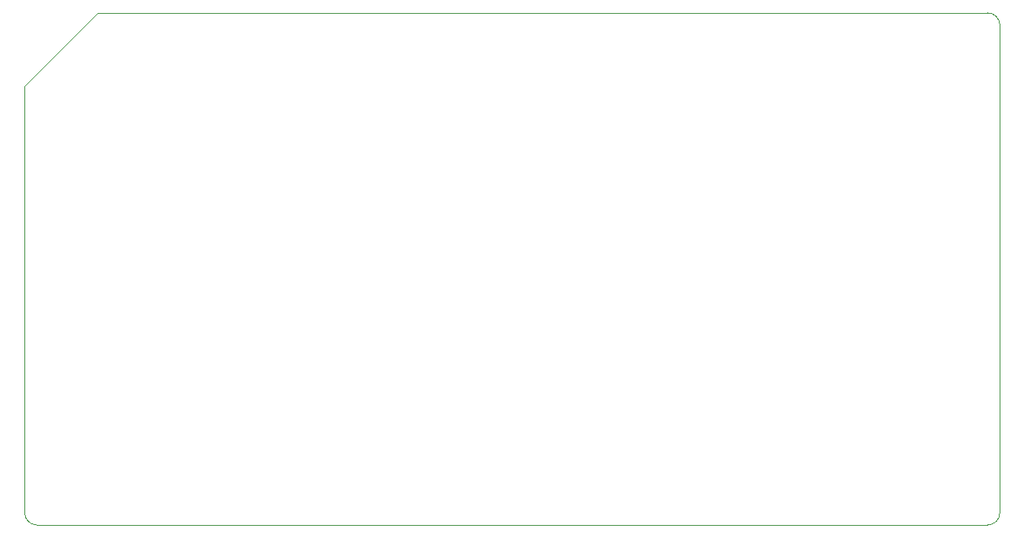
<source format=gbr>
G04 #@! TF.GenerationSoftware,KiCad,Pcbnew,(6.0.2)*
G04 #@! TF.CreationDate,2025-06-09T16:09:45-07:00*
G04 #@! TF.ProjectId,z80-cpu-mem,7a38302d-6370-4752-9d6d-656d2e6b6963,1.0*
G04 #@! TF.SameCoordinates,Original*
G04 #@! TF.FileFunction,Profile,NP*
%FSLAX46Y46*%
G04 Gerber Fmt 4.6, Leading zero omitted, Abs format (unit mm)*
G04 Created by KiCad (PCBNEW (6.0.2)) date 2025-06-09 16:09:45*
%MOMM*%
%LPD*%
G01*
G04 APERTURE LIST*
G04 #@! TA.AperFunction,Profile*
%ADD10C,0.050000*%
G04 #@! TD*
G04 APERTURE END LIST*
D10*
X133350000Y-78740000D02*
X226060000Y-78740000D01*
X226060000Y-132080000D02*
X127000000Y-132080000D01*
X125730000Y-130810000D02*
G75*
G03*
X127000000Y-132080000I1269999J-1D01*
G01*
X125730000Y-130810000D02*
X125730000Y-86360000D01*
X227330000Y-80010000D02*
G75*
G03*
X226060000Y-78740000I-1269999J1D01*
G01*
X226060000Y-132080000D02*
G75*
G03*
X227330000Y-130810000I1J1269999D01*
G01*
X125730000Y-86360000D02*
X133350000Y-78740000D01*
X227330000Y-80010000D02*
X227330000Y-130810000D01*
M02*

</source>
